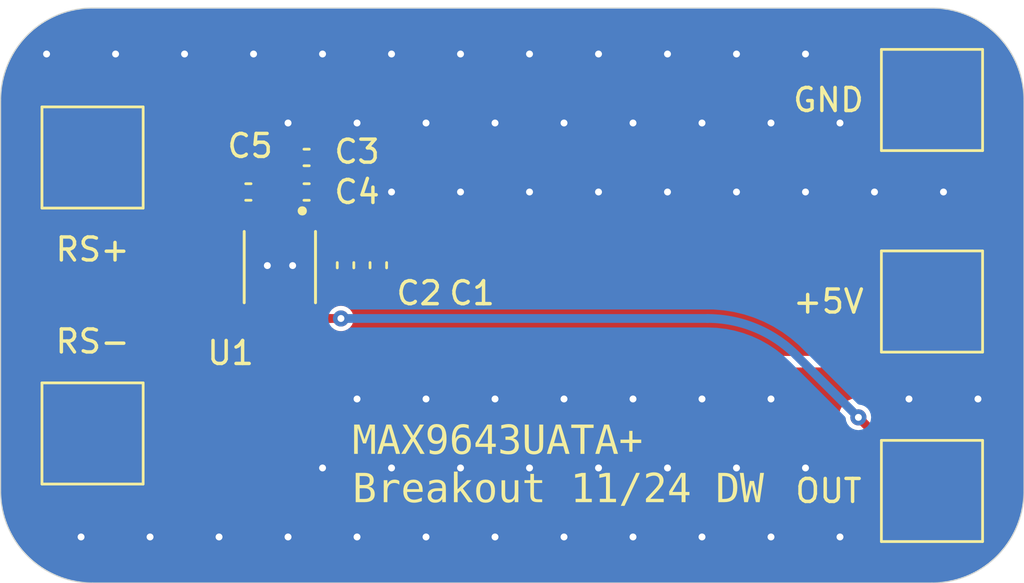
<source format=kicad_pcb>
(kicad_pcb (version 20240108) (generator "pcbnew") (generator_version "8.0")
  (layers (0 "F.Cu" signal) (31 "B.Cu" signal) (34 "B.Paste" user) (35 "F.Paste" user) (36 "B.SilkS" user "B.Silkscreen") (37 "F.SilkS" user "F.Silkscreen") (38 "B.Mask" user) (39 "F.Mask" user) (44 "Edge.Cuts" user))
  (net 0 "")
  (net 1 "GND")
  (net 2 "/VCC")
  (net 3 "/VEE")
  (net 4 "/CP2")
  (net 5 "/CP1")
  (net 6 "/OUT")
  (net 7 "/RS+")
  (net 8 "/RS-")
  (footprint "TestPoint:TestPoint_Pad_4.0x4.0mm" (layer "F.Cu") (at 93.5 58.5 -90)
    (property "Reference" "J3" (hide yes))
    (property "Value" "RS+" (at 4 0 180) (layer "F.SilkS"))
    (fp_line (start -2.2 2.2) (end -2.2 -2.2) (stroke (width 0.12)) (layer "F.SilkS"))
    (fp_line (start 2.2 2.2) (end -2.2 2.2) (stroke (width 0.12)) (layer "F.SilkS"))
    (fp_line (start -2.2 -2.2) (end 2.2 -2.2) (stroke (width 0.12)) (layer "F.SilkS"))
    (fp_line (start 2.2 -2.2) (end 2.2 2.2) (stroke (width 0.12)) (layer "F.SilkS"))
    (pad "1" smd rect (at 0 0 270) (size 4 4) (layers "F.Cu" "F.Mask") (net 7 "/RS+"))
  )
  (footprint "TestPoint:TestPoint_Pad_4.0x4.0mm" (layer "F.Cu") (at 130 56)
    (property "Reference" "J2" (hide yes))
    (property "Value" "GND" (at -4.5 0 0) (layer "F.SilkS"))
    (fp_line (start -2.2 -2.2) (end 2.2 -2.2) (stroke (width 0.12)) (layer "F.SilkS"))
    (fp_line (start -2.2 2.2) (end -2.2 -2.2) (stroke (width 0.12)) (layer "F.SilkS"))
    (fp_line (start 2.2 -2.2) (end 2.2 2.2) (stroke (width 0.12)) (layer "F.SilkS"))
    (fp_line (start 2.2 2.2) (end -2.2 2.2) (stroke (width 0.12)) (layer "F.SilkS"))
    (pad "1" smd rect (at 0 0) (size 4 4) (layers "F.Cu" "F.Mask") (net 1 "GND"))
  )
  (footprint "TestPoint:TestPoint_Pad_4.0x4.0mm" (layer "F.Cu") (at 130 73)
    (property "Reference" "J4" (hide yes))
    (property "Value" "OUT" (at -4.5 0 180) (layer "F.SilkS"))
    (fp_line (start -2.2 -2.2) (end 2.2 -2.2) (stroke (width 0.12)) (layer "F.SilkS"))
    (fp_line (start -2.2 2.2) (end -2.2 -2.2) (stroke (width 0.12)) (layer "F.SilkS"))
    (fp_line (start 2.2 -2.2) (end 2.2 2.2) (stroke (width 0.12)) (layer "F.SilkS"))
    (fp_line (start 2.2 2.2) (end -2.2 2.2) (stroke (width 0.12)) (layer "F.SilkS"))
    (pad "1" smd rect (at 0 0) (size 4 4) (layers "F.Cu" "F.Mask") (net 6 "/OUT"))
  )
  (footprint "Capacitor_SMD:C_0402_1005Metric_Pad0.74x0.62mm_HandSolder" (layer "F.Cu") (at 105.92528 63.18397 90)
    (property "Reference" "C1" (at -1.21603 4.07472 0) (layer "F.SilkS"))
    (property "Value" "1u")
    (fp_line (start -0.115835 -0.36) (end 0.115835 -0.36) (stroke (width 0.12)) (layer "F.SilkS"))
    (fp_line (start -0.115835 0.36) (end 0.115835 0.36) (stroke (width 0.12)) (layer "F.SilkS"))
    (pad "1" smd roundrect (at -0.5675 0 90) (size 0.735 0.62) (layers "F.Cu" "F.Paste" "F.Mask") (net 2 "/VCC"))
    (pad "2" smd roundrect (at 0.5675 0 90) (size 0.735 0.62) (layers "F.Cu" "F.Paste" "F.Mask") (net 1 "GND"))
  )
  (footprint "Capacitor_SMD:C_0402_1005Metric_Pad0.74x0.62mm_HandSolder" (layer "F.Cu") (at 102.8078 60)
    (property "Reference" "C4" (at 2.1922 0 180) (layer "F.SilkS"))
    (property "Value" "100n")
    (fp_line (start -0.115835 -0.36) (end 0.115835 -0.36) (stroke (width 0.12)) (layer "F.SilkS"))
    (fp_line (start -0.115835 0.36) (end 0.115835 0.36) (stroke (width 0.12)) (layer "F.SilkS"))
    (pad "1" smd roundrect (at -0.5675 0) (size 0.735 0.62) (layers "F.Cu" "F.Paste" "F.Mask") (net 3 "/VEE"))
    (pad "2" smd roundrect (at 0.5675 0) (size 0.735 0.62) (layers "F.Cu" "F.Paste" "F.Mask") (net 1 "GND"))
  )
  (footprint "DW_Library:MAX9643" (layer "F.Cu") (at 101.643618 63.26647 -90)
    (property "Reference" "U1" (at 3.73353 2.143618 180) (layer "F.SilkS"))
    (property "Value" "MAX9643UATA+")
    (fp_line (start -1.55 1.55) (end 1.55 1.55) (stroke (width 0.127)) (layer "F.SilkS"))
    (fp_line (start -1.55 -1.55) (end 1.55 -1.55) (stroke (width 0.127)) (layer "F.SilkS"))
    (fp_circle (center -2.445 -0.975) (end -2.345 -0.975) (stroke (width 0.2)) (fill none) (layer "F.SilkS"))
    (pad "1" smd roundrect (at -1.485 -0.975 270) (size 0.76 0.32) (layers "F.Cu" "F.Paste" "F.Mask") (roundrect_rratio 0.125) (net 1 "GND"))
    (pad "1" smd rect (at 0 0 270) (size 1.5 2.3) (layers "F.Cu" "F.Mask") (net 1 "GND"))
    (pad "2" smd roundrect (at -1.485 -0.325 270) (size 0.76 0.32) (layers "F.Cu" "F.Paste" "F.Mask") (roundrect_rratio 0.125) (net 3 "/VEE"))
    (pad "3" smd roundrect (at -1.485 0.325 270) (size 0.76 0.32) (layers "F.Cu" "F.Paste" "F.Mask") (roundrect_rratio 0.125) (net 5 "/CP1"))
    (pad "4" smd roundrect (at -1.485 0.975 270) (size 0.76 0.32) (layers "F.Cu" "F.Paste" "F.Mask") (roundrect_rratio 0.125) (net 4 "/CP2"))
    (pad "5" smd roundrect (at 1.485 0.975 270) (size 0.76 0.32) (layers "F.Cu" "F.Paste" "F.Mask") (roundrect_rratio 0.125) (net 7 "/RS+"))
    (pad "6" smd roundrect (at 1.485 0.325 270) (size 0.76 0.32) (layers "F.Cu" "F.Paste" "F.Mask") (roundrect_rratio 0.125) (net 8 "/RS-"))
    (pad "7" smd roundrect (at 1.485 -0.325 270) (size 0.76 0.32) (layers "F.Cu" "F.Paste" "F.Mask") (roundrect_rratio 0.125) (net 2 "/VCC"))
    (pad "8" smd roundrect (at 1.485 -0.975 270) (size 0.76 0.32) (layers "F.Cu" "F.Paste" "F.Mask") (roundrect_rratio 0.125) (net 6 "/OUT"))
  )
  (footprint "TestPoint:TestPoint_Pad_4.0x4.0mm" (layer "F.Cu") (at 93.5 70.5 -90)
    (property "Reference" "J5" (hide yes))
    (property "Value" "RS-" (at -4 0 180) (layer "F.SilkS"))
    (fp_line (start -2.2 2.2) (end -2.2 -2.2) (stroke (width 0.12)) (layer "F.SilkS"))
    (fp_line (start 2.2 2.2) (end -2.2 2.2) (stroke (width 0.12)) (layer "F.SilkS"))
    (fp_line (start -2.2 -2.2) (end 2.2 -2.2) (stroke (width 0.12)) (layer "F.SilkS"))
    (fp_line (start 2.2 -2.2) (end 2.2 2.2) (stroke (width 0.12)) (layer "F.SilkS"))
    (pad "1" smd rect (at 0 0 270) (size 4 4) (layers "F.Cu" "F.Mask") (net 8 "/RS-"))
  )
  (footprint "TestPoint:TestPoint_Pad_4.0x4.0mm" (layer "F.Cu") (at 130 64.7625)
    (property "Reference" "J1" (hide yes))
    (property "Value" "+5V" (at -4.5 0 0) (layer "F.SilkS"))
    (fp_line (start -2.2 -2.2) (end 2.2 -2.2) (stroke (width 0.12)) (layer "F.SilkS"))
    (fp_line (start -2.2 2.2) (end -2.2 -2.2) (stroke (width 0.12)) (layer "F.SilkS"))
    (fp_line (start 2.2 -2.2) (end 2.2 2.2) (stroke (width 0.12)) (layer "F.SilkS"))
    (fp_line (start 2.2 2.2) (end -2.2 2.2) (stroke (width 0.12)) (layer "F.SilkS"))
    (pad "1" smd rect (at 0 0) (size 4 4) (layers "F.Cu" "F.Mask") (net 2 "/VCC"))
  )
  (footprint "Capacitor_SMD:C_0402_1005Metric_Pad0.74x0.62mm_HandSolder" (layer "F.Cu") (at 102.8078 58.49853)
    (property "Reference" "C3" (at 2.1922 -0.25147 180) (layer "F.SilkS"))
    (property "Value" "1u")
    (fp_line (start -0.115835 -0.36) (end 0.115835 -0.36) (stroke (width 0.12)) (layer "F.SilkS"))
    (fp_line (start -0.115835 0.36) (end 0.115835 0.36) (stroke (width 0.12)) (layer "F.SilkS"))
    (pad "1" smd roundrect (at -0.5675 0) (size 0.735 0.62) (layers "F.Cu" "F.Paste" "F.Mask") (net 3 "/VEE"))
    (pad "2" smd roundrect (at 0.5675 0) (size 0.735 0.62) (layers "F.Cu" "F.Paste" "F.Mask") (net 1 "GND"))
  )
  (footprint "Capacitor_SMD:C_0402_1005Metric_Pad0.74x0.62mm_HandSolder" (layer "F.Cu") (at 104.5 63.18397 90)
    (property "Reference" "C2" (at -1.21603 3.2 0) (layer "F.SilkS"))
    (property "Value" "100n")
    (fp_line (start -0.115835 -0.36) (end 0.115835 -0.36) (stroke (width 0.12)) (layer "F.SilkS"))
    (fp_line (start -0.115835 0.36) (end 0.115835 0.36) (stroke (width 0.12)) (layer "F.SilkS"))
    (pad "1" smd roundrect (at -0.5675 0 90) (size 0.735 0.62) (layers "F.Cu" "F.Paste" "F.Mask") (net 2 "/VCC"))
    (pad "2" smd roundrect (at 0.5675 0 90) (size 0.735 0.62) (layers "F.Cu" "F.Paste" "F.Mask") (net 1 "GND"))
  )
  (footprint "Capacitor_SMD:C_0402_1005Metric_Pad0.74x0.62mm_HandSolder" (layer "F.Cu") (at 100.2753 60 180)
    (property "Reference" "C5" (at -0.07472 2.00147 0) (layer "F.SilkS"))
    (property "Value" "1u")
    (fp_line (start -0.115835 0.36) (end 0.115835 0.36) (stroke (width 0.12)) (layer "F.SilkS"))
    (fp_line (start -0.115835 -0.36) (end 0.115835 -0.36) (stroke (width 0.12)) (layer "F.SilkS"))
    (pad "1" smd roundrect (at -0.5675 0 180) (size 0.735 0.62) (layers "F.Cu" "F.Paste" "F.Mask") (net 5 "/CP1"))
    (pad "2" smd roundrect (at 0.5675 0 180) (size 0.735 0.62) (layers "F.Cu" "F.Paste" "F.Mask") (net 4 "/CP2"))
  )
  (gr_arc (start 93.5 77) (mid 90.671573 75.828427) (end 89.5 73) (stroke (width 0.05)) (layer "Edge.Cuts"))
  (gr_line (start 134 56) (end 134 73) (stroke (width 0.05)) (layer "Edge.Cuts"))
  (gr_arc (start 130 52) (mid 132.828427 53.171573) (end 134 56) (stroke (width 0.05)) (layer "Edge.Cuts"))
  (gr_arc (start 89.5 56) (mid 90.671573 53.171573) (end 93.5 52) (stroke (width 0.05)) (layer "Edge.Cuts"))
  (gr_line (start 130 77) (end 93.5 77) (stroke (width 0.05)) (layer "Edge.Cuts"))
  (gr_line (start 93.5 52) (end 130 52) (stroke (width 0.05)) (layer "Edge.Cuts"))
  (gr_line (start 89.5 73) (end 89.5 56) (stroke (width 0.05)) (layer "Edge.Cuts"))
  (gr_arc (start 134 73) (mid 132.828427 75.828427) (end 130 77) (stroke (width 0.05)) (layer "Edge.Cuts"))
  (gr_text "MAX9643UATA+ \nBreakout 11/24 DW\n" (at 104.8 73.7 0) (layer "F.SilkS") (effects (font (size 1.25 1.25)) (justify left bottom)))
  (via (at 120 69) (size 0.7) (drill 0.3) (layers "F.Cu" "B.Cu") (net 1))
  (via (at 129 69) (size 0.7) (drill 0.3) (layers "F.Cu" "B.Cu") (net 1))
  (via (at 109.5 72) (size 0.7) (drill 0.3) (layers "F.Cu" "B.Cu") (net 1))
  (via (at 99 75) (size 0.7) (drill 0.3) (layers "F.Cu" "B.Cu") (net 1))
  (via (at 105 57) (size 0.7) (drill 0.3) (layers "F.Cu" "B.Cu") (net 1))
  (via (at 96 75) (size 0.7) (drill 0.3) (layers "F.Cu" "B.Cu") (net 1))
  (via (at 111 75) (size 0.7) (drill 0.3) (layers "F.Cu" "B.Cu") (net 1))
  (via (at 112.5 60) (size 0.7) (drill 0.3) (layers "F.Cu" "B.Cu") (net 1))
  (via (at 97.5 54) (size 0.7) (drill 0.3) (layers "F.Cu" "B.Cu") (net 1))
  (via (at 118.5 72) (size 0.7) (drill 0.3) (layers "F.Cu" "B.Cu") (net 1))
  (via (at 115.5 54) (size 0.7) (drill 0.3) (layers "F.Cu" "B.Cu") (net 1))
  (via (at 124.5 72) (size 0.7) (drill 0.3) (layers "F.Cu" "B.Cu") (net 1))
  (via (at 93 75) (size 0.7) (drill 0.3) (layers "F.Cu" "B.Cu") (net 1))
  (via (at 124.5 54) (size 0.7) (drill 0.3) (layers "F.Cu" "B.Cu") (net 1))
  (via (at 103.5 72) (size 0.7) (drill 0.3) (layers "F.Cu" "B.Cu") (net 1))
  (via (at 105 75) (size 0.7) (drill 0.3) (layers "F.Cu" "B.Cu") (net 1))
  (via (at 112.5 54) (size 0.7) (drill 0.3) (layers "F.Cu" "B.Cu") (net 1))
  (via (at 117 57) (size 0.7) (drill 0.3) (layers "F.Cu" "B.Cu") (net 1))
  (via (at 102 75) (size 0.7) (drill 0.3) (layers "F.Cu" "B.Cu") (net 1))
  (via (at 124.5 60) (size 0.7) (drill 0.3) (layers "F.Cu" "B.Cu") (net 1))
  (via (at 123 75) (size 0.7) (drill 0.3) (layers "F.Cu" "B.Cu") (net 1))
  (via (at 120 57) (size 0.7) (drill 0.3) (layers "F.Cu" "B.Cu") (net 1))
  (via (at 127.5 60) (size 0.7) (drill 0.3) (layers "F.Cu" "B.Cu") (net 1))
  (via (at 117 75) (size 0.7) (drill 0.3) (layers "F.Cu" "B.Cu") (net 1))
  (via (at 106.5 60) (size 0.7) (drill 0.3) (layers "F.Cu" "B.Cu") (net 1))
  (via (at 117 69) (size 0.7) (drill 0.3) (layers "F.Cu" "B.Cu") (net 1))
  (via (at 103.5 54) (size 0.7) (drill 0.3) (layers "F.Cu" "B.Cu") (net 1))
  (via (at 115.5 72) (size 0.7) (drill 0.3) (layers "F.Cu" "B.Cu") (net 1))
  (via (at 102 57) (size 0.7) (drill 0.3) (layers "F.Cu" "B.Cu") (net 1))
  (via (at 120 75) (size 0.7) (drill 0.3) (layers "F.Cu" "B.Cu") (net 1))
  (via (at 100.5 54) (size 0.7) (drill 0.3) (layers "F.Cu" "B.Cu") (net 1))
  (via (at 123 57) (size 0.7) (drill 0.3) (layers "F.Cu" "B.Cu") (net 1))
  (via (at 102.2 63.2) (size 0.7) (drill 0.3) (layers "F.Cu" "B.Cu") (net 1))
  (via (at 91.5 54) (size 0.7) (drill 0.3) (layers "F.Cu" "B.Cu") (net 1))
  (via (at 105 69) (size 0.7) (drill 0.3) (layers "F.Cu" "B.Cu") (net 1))
  (via (at 115.5 60) (size 0.7) (drill 0.3) (layers "F.Cu" "B.Cu") (net 1))
  (via (at 101.1 63.2) (size 0.7) (drill 0.3) (layers "F.Cu" "B.Cu") (net 1))
  (via (at 121.5 72) (size 0.7) (drill 0.3) (layers "F.Cu" "B.Cu") (net 1))
  (via (at 123 69) (size 0.7) (drill 0.3) (layers "F.Cu" "B.Cu") (net 1))
  (via (at 108 57) (size 0.7) (drill 0.3) (layers "F.Cu" "B.Cu") (net 1))
  (via (at 108 69) (size 0.7) (drill 0.3) (layers "F.Cu" "B.Cu") (net 1))
  (via (at 121.5 54) (size 0.7) (drill 0.3) (layers "F.Cu" "B.Cu") (net 1))
  (via (at 94.5 54) (size 0.7) (drill 0.3) (layers "F.Cu" "B.Cu") (net 1))
  (via (at 109.5 60) (size 0.7) (drill 0.3) (layers "F.Cu" "B.Cu") (net 1))
  (via (at 132 69) (size 0.7) (drill 0.3) (layers "F.Cu" "B.Cu") (net 1))
  (via (at 126 57) (size 0.7) (drill 0.3) (layers "F.Cu" "B.Cu") (net 1))
  (via (at 109.5 54) (size 0.7) (drill 0.3) (layers "F.Cu" "B.Cu") (net 1))
  (via (at 114 75) (size 0.7) (drill 0.3) (layers "F.Cu" "B.Cu") (net 1))
  (via (at 118.5 60) (size 0.7) (drill 0.3) (layers "F.Cu" "B.Cu") (net 1))
  (via (at 121.5 60) (size 0.7) (drill 0.3) (layers "F.Cu" "B.Cu") (net 1))
  (via (at 114 57) (size 0.7) (drill 0.3) (layers "F.Cu" "B.Cu") (net 1))
  (via (at 111 69) (size 0.7) (drill 0.3) (layers "F.Cu" "B.Cu") (net 1))
  (via (at 106.5 54) (size 0.7) (drill 0.3) (layers "F.Cu" "B.Cu") (net 1))
  (via (at 114 69) (size 0.7) (drill 0.3) (layers "F.Cu" "B.Cu") (net 1))
  (via (at 126 75) (size 0.7) (drill 0.3) (layers "F.Cu" "B.Cu") (net 1))
  (via (at 118.5 54) (size 0.7) (drill 0.3) (layers "F.Cu" "B.Cu") (net 1))
  (via (at 130.5 60) (size 0.7) (drill 0.3) (layers "F.Cu" "B.Cu") (net 1))
  (via (at 112.5 72) (size 0.7) (drill 0.3) (layers "F.Cu" "B.Cu") (net 1))
  (via (at 106.5 72) (size 0.7) (drill 0.3) (layers "F.Cu" "B.Cu") (net 1))
  (via (at 111 57) (size 0.7) (drill 0.3) (layers "F.Cu" "B.Cu") (net 1))
  (via (at 108 75) (size 0.7) (drill 0.3) (layers "F.Cu" "B.Cu") (net 1))
  (segment (start 102.2403 60.767591) (end 102.2403 60) (width 0.381) (layer "F.Cu") (net 3))
  (segment (start 102.2403 59.975251) (end 102.2403 58.49853) (width 0.381) (layer "F.Cu") (net 3))
  (segment (start 101.968618 61.42349) (end 101.968618 61.78147) (width 0.381) (layer "F.Cu") (net 3))
  (arc (start 102.2403 60.767591) (mid 102.204996 60.945076) (end 102.104459 61.095541) (width 0.381) (layer "F.Cu") (net 3))
  (arc (start 102.104459 61.095541) (mid 102.003921 61.246005) (end 101.968618 61.42349) (width 0.381) (layer "F.Cu") (net 3))
  (segment (start 99.997944 61.110796) (end 100.668618 61.78147) (width 0.381) (layer "F.Cu") (net 4))
  (segment (start 99.7078 60.410326) (end 99.7078 60) (width 0.381) (layer "F.Cu") (net 4))
  (arc (start 99.7078 60.410326) (mid 99.783205 60.789417) (end 99.997944 61.110796) (width 0.381) (layer "F.Cu") (net 4))
  (segment (start 100.8428 60.3214) (end 100.8428 60) (width 0.381) (layer "F.Cu") (net 5))
  (segment (start 101.070064 60.870064) (end 101.084264 60.884264) (width 0.381) (layer "F.Cu") (net 5))
  (segment (start 101.318618 61.450044) (end 101.318618 61.78147) (width 0.381) (layer "F.Cu") (net 5))
  (arc (start 101.084264 60.884264) (mid 101.257711 61.143846) (end 101.318618 61.450044) (width 0.381) (layer "F.Cu") (net 5))
  (arc (start 100.8428 60.3214) (mid 100.901863 60.618334) (end 101.070064 60.870064) (width 0.381) (layer "F.Cu") (net 5))
  (segment (start 103.037335 65.170187) (end 102.618618 64.75147) (width 0.381) (layer "F.Cu") (net 6))
  (segment (start 126.9 69.9) (end 130 73) (width 0.381) (layer "F.Cu") (net 6))
  (segment (start 103.833574 65.5) (end 104.3 65.5) (width 0.381) (layer "F.Cu") (net 6))
  (via (at 126.8 69.8) (size 0.7) (drill 0.3) (layers "F.Cu" "B.Cu") (net 6))
  (via (at 104.3 65.5) (size 0.7) (drill 0.3) (layers "F.Cu" "B.Cu") (net 6))
  (arc (start 103.037335 65.170187) (mid 103.402652 65.414284) (end 103.833574 65.5) (width 0.381) (layer "F.Cu") (net 6))
  (segment (start 126.8 69.8) (end 126.9 69.9) (width 0.381) (layer "B.Cu") (net 6))
  (segment (start 124.093792 67.093792) (end 126.8 69.8) (width 0.381) (layer "B.Cu") (net 6))
  (segment (start 104.3 65.5) (end 120.246036 65.5) (width 0.381) (layer "B.Cu") (net 6))
  (arc (start 124.093792 67.093792) (mid 122.328426 65.914213) (end 120.246036 65.5) (width 0.381) (layer "B.Cu") (net 6))
  (zone (net 7) (net_name "/RS+") (layer "F.Cu") (priority 1) (connect_pads yes (clearance 0.5)) (min_thickness 0.25) (fill yes (thermal_gap 0.5) (thermal_bridge_width 0.5) (smoothing fillet) (radius 0.25))
    (polygon (pts (xy 89.5 56.1) (xy 89.5 65.25) (xy 100.75 65.25) (xy 100.75 64.5) (xy 100.25 64.25) (xy 99.6 61.4) (xy 99.1 60.8) (xy 98.7 60.5) (xy 98.7 56.1)))
  )
  (zone (net 8) (net_name "/RS-") (layer "F.Cu") (priority 2) (connect_pads yes (clearance 0.2)) (min_thickness 0.25) (fill yes (thermal_gap 0.5) (thermal_bridge_width 0.5) (smoothing fillet) (radius 0.25))
    (polygon (pts (xy 101.6 64.3) (xy 101.1 64.3) (xy 101 65.5) (xy 89.6 65.5) (xy 89.5 72.9) (xy 101.6 72.9) (xy 101.6 65.6)))
  )
  (zone (net 1) (net_name "GND") (layer "F.Cu") (connect_pads yes (clearance 0.5)) (min_thickness 0.25) (fill yes (thermal_gap 0.5) (thermal_bridge_width 0.5))
    (polygon (pts (xy 89.5 52) (xy 89.5 77) (xy 134 77) (xy 134 52)))
  )
  (zone (net 2) (net_name "/VCC") (layer "F.Cu") (priority 3) (connect_pads yes (clearance 0.2)) (min_thickness 0.25) (fill yes (thermal_gap 0.5) (thermal_bridge_width 0.5) (smoothing fillet) (radius 0.25))
    (polygon (pts (xy 106.9 63.4) (xy 103.2 63.4) (xy 103.1 64.3) (xy 101.8 64.3) (xy 101.8 67.2) (xy 132.2 67.1) (xy 132.2 62.4) (xy 106.9 62.4)))
  )
  (zone (net 1) (net_name "GND") (layer "B.Cu") (priority 4) (connect_pads yes (clearance 0.2)) (min_thickness 0.25) (fill yes (thermal_gap 0.5) (thermal_bridge_width 0.5) (island_removal_mode 1) (island_area_min 10))
    (polygon (pts (xy 134 52) (xy 134 77) (xy 89.5 77) (xy 89.5 52)))
  )
)
</source>
